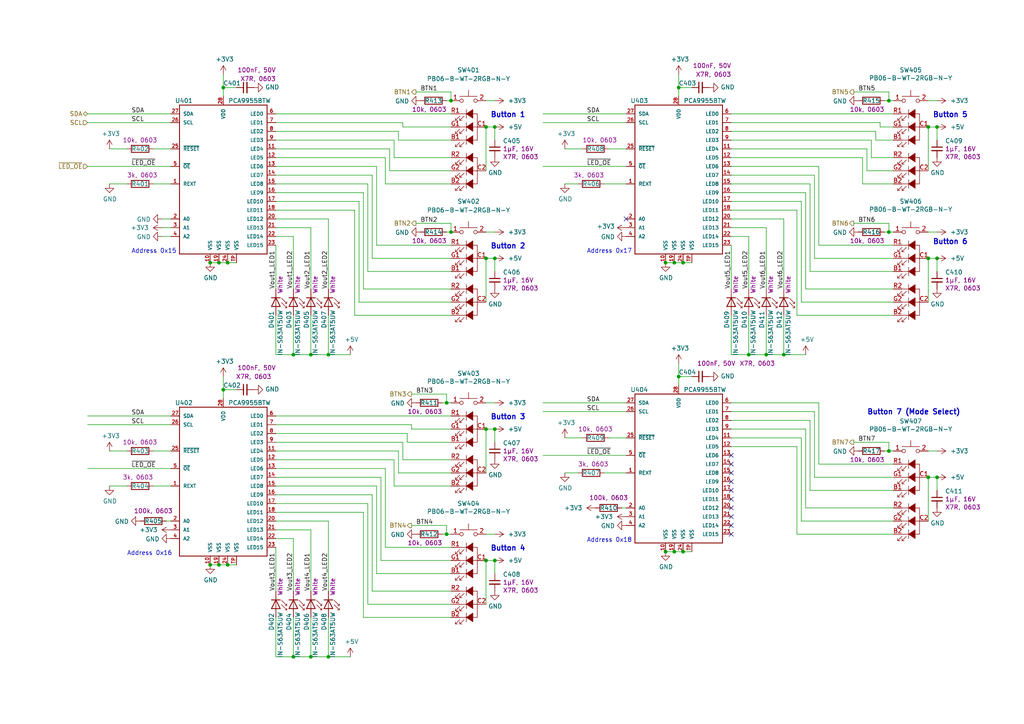
<source format=kicad_sch>
(kicad_sch (version 20211123) (generator eeschema)
  (paper "A4")
  (junction (at 64.77 113.03))
  (junction (at 257.81 67.31))
  (junction (at 222.25 102.87))
  (junction (at 130.81 29.21))
  (junction (at 195.58 160.02))
  (junction (at 130.81 67.31))
  (junction (at 60.96 163.83))
  (junction (at 95.25 102.87))
  (junction (at 95.25 190.5))
  (junction (at 217.17 102.87))
  (junction (at 269.24 138.43))
  (junction (at 269.24 36.83))
  (junction (at 85.09 102.87))
  (junction (at 64.77 25.4))
  (junction (at 195.58 76.2))
  (junction (at 269.24 74.93))
  (junction (at 90.17 102.87))
  (junction (at 271.78 74.93))
  (junction (at 143.51 124.46))
  (junction (at 193.04 76.2))
  (junction (at 143.51 162.56))
  (junction (at 90.17 190.5))
  (junction (at 196.85 25.4))
  (junction (at 198.12 160.02))
  (junction (at 196.85 109.22))
  (junction (at 66.04 76.2))
  (junction (at 198.12 76.2))
  (junction (at 257.81 130.81))
  (junction (at 140.97 162.56))
  (junction (at 66.04 163.83))
  (junction (at 143.51 74.93))
  (junction (at 140.97 74.93))
  (junction (at 60.96 76.2))
  (junction (at 85.09 190.5))
  (junction (at 140.97 124.46))
  (junction (at 271.78 36.83))
  (junction (at 271.78 138.43))
  (junction (at 63.5 163.83))
  (junction (at 63.5 76.2))
  (junction (at 129.54 154.94))
  (junction (at 257.81 29.21))
  (junction (at 129.54 116.84))
  (junction (at 143.51 36.83))
  (junction (at 140.97 36.83))
  (junction (at 193.04 160.02))
  (junction (at 227.33 102.87))
  (no_connect (at 212.09 147.32))
  (no_connect (at 212.09 142.24))
  (no_connect (at 212.09 154.94))
  (no_connect (at 212.09 134.62))
  (no_connect (at 212.09 139.7))
  (no_connect (at 212.09 132.08))
  (no_connect (at 212.09 149.86))
  (no_connect (at 181.61 63.5))
  (no_connect (at 212.09 137.16))
  (no_connect (at 212.09 152.4))
  (no_connect (at 212.09 144.78))
  (wire (pts (xy 259.08 87.63) (xy 232.41 87.63)))
  (wire (pts (xy 64.77 25.4) (xy 64.77 27.94)))
  (wire (pts (xy 236.22 138.43) (xy 259.08 138.43)))
  (wire (pts (xy 44.45 130.81) (xy 49.53 130.81)))
  (wire (pts (xy 247.65 128.27) (xy 257.81 128.27)))
  (wire (pts (xy 269.24 29.21) (xy 271.78 29.21)))
  (wire (pts (xy 157.48 119.38) (xy 181.61 119.38)))
  (wire (pts (xy 271.78 36.83) (xy 271.78 40.64)))
  (wire (pts (xy 106.68 146.05) (xy 106.68 175.26)))
  (wire (pts (xy 257.81 130.81) (xy 259.08 130.81)))
  (wire (pts (xy 102.87 60.96) (xy 80.01 60.96)))
  (wire (pts (xy 90.17 153.67) (xy 90.17 171.45)))
  (wire (pts (xy 80.01 40.64) (xy 114.3 40.64)))
  (wire (pts (xy 269.24 36.83) (xy 269.24 49.53)))
  (wire (pts (xy 66.04 163.83) (xy 63.5 163.83)))
  (wire (pts (xy 49.53 151.13) (xy 48.26 151.13)))
  (wire (pts (xy 111.76 45.72) (xy 111.76 53.34)))
  (wire (pts (xy 130.81 171.45) (xy 107.95 171.45)))
  (wire (pts (xy 130.81 162.56) (xy 110.49 162.56)))
  (wire (pts (xy 196.85 25.4) (xy 196.85 27.94)))
  (wire (pts (xy 140.97 74.93) (xy 143.51 74.93)))
  (wire (pts (xy 25.4 123.19) (xy 49.53 123.19)))
  (wire (pts (xy 231.14 91.44) (xy 259.08 91.44)))
  (wire (pts (xy 181.61 127) (xy 176.53 127)))
  (wire (pts (xy 269.24 74.93) (xy 269.24 87.63)))
  (wire (pts (xy 119.38 124.46) (xy 130.81 124.46)))
  (wire (pts (xy 130.81 40.64) (xy 115.57 40.64)))
  (wire (pts (xy 80.01 45.72) (xy 111.76 45.72)))
  (wire (pts (xy 181.61 33.02) (xy 157.48 33.02)))
  (wire (pts (xy 113.03 49.53) (xy 113.03 43.18)))
  (wire (pts (xy 256.54 130.81) (xy 257.81 130.81)))
  (wire (pts (xy 119.38 123.19) (xy 119.38 124.46)))
  (wire (pts (xy 129.54 154.94) (xy 130.81 154.94)))
  (wire (pts (xy 247.65 64.77) (xy 257.81 64.77)))
  (wire (pts (xy 115.57 38.1) (xy 80.01 38.1)))
  (wire (pts (xy 85.09 171.45) (xy 85.09 156.21)))
  (wire (pts (xy 109.22 140.97) (xy 109.22 166.37)))
  (wire (pts (xy 212.09 83.82) (xy 212.09 71.12)))
  (wire (pts (xy 120.65 26.67) (xy 130.81 26.67)))
  (wire (pts (xy 217.17 102.87) (xy 217.17 91.44)))
  (wire (pts (xy 102.87 91.44) (xy 102.87 60.96)))
  (wire (pts (xy 106.68 78.74) (xy 130.81 78.74)))
  (wire (pts (xy 140.97 124.46) (xy 140.97 137.16)))
  (wire (pts (xy 49.53 33.02) (xy 25.4 33.02)))
  (wire (pts (xy 250.19 45.72) (xy 212.09 45.72)))
  (wire (pts (xy 118.11 125.73) (xy 80.01 125.73)))
  (wire (pts (xy 237.49 116.84) (xy 212.09 116.84)))
  (wire (pts (xy 80.01 48.26) (xy 109.22 48.26)))
  (wire (pts (xy 63.5 163.83) (xy 60.96 163.83)))
  (wire (pts (xy 168.91 43.18) (xy 163.83 43.18)))
  (wire (pts (xy 101.6 190.5) (xy 95.25 190.5)))
  (wire (pts (xy 212.09 124.46) (xy 233.68 124.46)))
  (wire (pts (xy 200.66 76.2) (xy 198.12 76.2)))
  (wire (pts (xy 200.66 160.02) (xy 198.12 160.02)))
  (wire (pts (xy 109.22 166.37) (xy 130.81 166.37)))
  (wire (pts (xy 222.25 102.87) (xy 217.17 102.87)))
  (wire (pts (xy 143.51 36.83) (xy 140.97 36.83)))
  (wire (pts (xy 64.77 109.22) (xy 64.77 113.03)))
  (wire (pts (xy 113.03 43.18) (xy 80.01 43.18)))
  (wire (pts (xy 233.68 124.46) (xy 233.68 147.32)))
  (wire (pts (xy 95.25 151.13) (xy 95.25 171.45)))
  (wire (pts (xy 175.26 53.34) (xy 181.61 53.34)))
  (wire (pts (xy 63.5 76.2) (xy 60.96 76.2)))
  (wire (pts (xy 200.66 109.22) (xy 196.85 109.22)))
  (wire (pts (xy 257.81 128.27) (xy 257.81 130.81)))
  (wire (pts (xy 232.41 58.42) (xy 212.09 58.42)))
  (wire (pts (xy 222.25 66.04) (xy 222.25 83.82)))
  (wire (pts (xy 80.01 135.89) (xy 111.76 135.89)))
  (wire (pts (xy 212.09 119.38) (xy 236.22 119.38)))
  (wire (pts (xy 25.4 135.89) (xy 49.53 135.89)))
  (wire (pts (xy 251.46 49.53) (xy 251.46 43.18)))
  (wire (pts (xy 157.48 132.08) (xy 181.61 132.08)))
  (wire (pts (xy 129.54 29.21) (xy 130.81 29.21)))
  (wire (pts (xy 68.58 113.03) (xy 64.77 113.03)))
  (wire (pts (xy 95.25 151.13) (xy 80.01 151.13)))
  (wire (pts (xy 181.61 43.18) (xy 176.53 43.18)))
  (wire (pts (xy 252.73 45.72) (xy 252.73 40.64)))
  (wire (pts (xy 68.58 25.4) (xy 64.77 25.4)))
  (wire (pts (xy 128.27 154.94) (xy 129.54 154.94)))
  (wire (pts (xy 196.85 109.22) (xy 196.85 111.76)))
  (wire (pts (xy 140.97 36.83) (xy 140.97 49.53)))
  (wire (pts (xy 196.85 21.59) (xy 196.85 25.4)))
  (wire (pts (xy 80.01 190.5) (xy 80.01 179.07)))
  (wire (pts (xy 80.01 128.27) (xy 116.84 128.27)))
  (wire (pts (xy 130.81 91.44) (xy 102.87 91.44)))
  (wire (pts (xy 222.25 102.87) (xy 222.25 91.44)))
  (wire (pts (xy 80.01 123.19) (xy 119.38 123.19)))
  (wire (pts (xy 234.95 78.74) (xy 234.95 53.34)))
  (wire (pts (xy 271.78 74.93) (xy 271.78 78.74)))
  (wire (pts (xy 80.01 33.02) (xy 130.81 33.02)))
  (wire (pts (xy 128.27 116.84) (xy 129.54 116.84)))
  (wire (pts (xy 251.46 43.18) (xy 212.09 43.18)))
  (wire (pts (xy 129.54 152.4) (xy 129.54 154.94)))
  (wire (pts (xy 107.95 74.93) (xy 107.95 50.8)))
  (wire (pts (xy 25.4 35.56) (xy 49.53 35.56)))
  (wire (pts (xy 49.53 120.65) (xy 25.4 120.65)))
  (wire (pts (xy 36.83 43.18) (xy 31.75 43.18)))
  (wire (pts (xy 130.81 26.67) (xy 130.81 29.21)))
  (wire (pts (xy 129.54 67.31) (xy 130.81 67.31)))
  (wire (pts (xy 212.09 33.02) (xy 259.08 33.02)))
  (wire (pts (xy 44.45 53.34) (xy 49.53 53.34)))
  (wire (pts (xy 104.14 87.63) (xy 130.81 87.63)))
  (wire (pts (xy 115.57 137.16) (xy 115.57 130.81)))
  (wire (pts (xy 80.01 35.56) (xy 116.84 35.56)))
  (wire (pts (xy 116.84 128.27) (xy 116.84 133.35)))
  (wire (pts (xy 196.85 105.41) (xy 196.85 109.22)))
  (wire (pts (xy 180.34 147.32) (xy 181.61 147.32)))
  (wire (pts (xy 212.09 129.54) (xy 231.14 129.54)))
  (wire (pts (xy 157.48 48.26) (xy 181.61 48.26)))
  (wire (pts (xy 36.83 140.97) (xy 31.75 140.97)))
  (wire (pts (xy 212.09 68.58) (xy 217.17 68.58)))
  (wire (pts (xy 90.17 190.5) (xy 90.17 179.07)))
  (wire (pts (xy 46.99 63.5) (xy 49.53 63.5)))
  (wire (pts (xy 95.25 102.87) (xy 95.25 91.44)))
  (wire (pts (xy 269.24 138.43) (xy 269.24 151.13)))
  (wire (pts (xy 259.08 142.24) (xy 234.95 142.24)))
  (wire (pts (xy 49.53 140.97) (xy 44.45 140.97)))
  (wire (pts (xy 115.57 130.81) (xy 80.01 130.81)))
  (wire (pts (xy 116.84 133.35) (xy 130.81 133.35)))
  (wire (pts (xy 31.75 53.34) (xy 36.83 53.34)))
  (wire (pts (xy 68.58 163.83) (xy 66.04 163.83)))
  (wire (pts (xy 80.01 140.97) (xy 109.22 140.97)))
  (wire (pts (xy 140.97 154.94) (xy 143.51 154.94)))
  (wire (pts (xy 110.49 162.56) (xy 110.49 138.43)))
  (wire (pts (xy 109.22 71.12) (xy 130.81 71.12)))
  (wire (pts (xy 140.97 29.21) (xy 143.51 29.21)))
  (wire (pts (xy 104.14 58.42) (xy 104.14 87.63)))
  (wire (pts (xy 217.17 83.82) (xy 217.17 68.58)))
  (wire (pts (xy 49.53 66.04) (xy 46.99 66.04)))
  (wire (pts (xy 95.25 190.5) (xy 95.25 179.07)))
  (wire (pts (xy 254 38.1) (xy 212.09 38.1)))
  (wire (pts (xy 231.14 129.54) (xy 231.14 154.94)))
  (wire (pts (xy 233.68 102.87) (xy 227.33 102.87)))
  (wire (pts (xy 259.08 36.83) (xy 255.27 36.83)))
  (wire (pts (xy 236.22 119.38) (xy 236.22 138.43)))
  (wire (pts (xy 85.09 190.5) (xy 80.01 190.5)))
  (wire (pts (xy 255.27 36.83) (xy 255.27 35.56)))
  (wire (pts (xy 236.22 74.93) (xy 259.08 74.93)))
  (wire (pts (xy 195.58 160.02) (xy 193.04 160.02)))
  (wire (pts (xy 66.04 76.2) (xy 63.5 76.2)))
  (wire (pts (xy 64.77 21.59) (xy 64.77 25.4)))
  (wire (pts (xy 80.01 153.67) (xy 90.17 153.67)))
  (wire (pts (xy 250.19 53.34) (xy 250.19 45.72)))
  (wire (pts (xy 231.14 154.94) (xy 259.08 154.94)))
  (wire (pts (xy 115.57 40.64) (xy 115.57 38.1)))
  (wire (pts (xy 49.53 43.18) (xy 44.45 43.18)))
  (wire (pts (xy 130.81 137.16) (xy 115.57 137.16)))
  (wire (pts (xy 234.95 53.34) (xy 212.09 53.34)))
  (wire (pts (xy 271.78 36.83) (xy 269.24 36.83)))
  (wire (pts (xy 259.08 53.34) (xy 250.19 53.34)))
  (wire (pts (xy 85.09 190.5) (xy 85.09 179.07)))
  (wire (pts (xy 130.81 179.07) (xy 105.41 179.07)))
  (wire (pts (xy 254 40.64) (xy 254 38.1)))
  (wire (pts (xy 143.51 124.46) (xy 143.51 128.27)))
  (wire (pts (xy 130.81 128.27) (xy 118.11 128.27)))
  (wire (pts (xy 90.17 190.5) (xy 85.09 190.5)))
  (wire (pts (xy 217.17 102.87) (xy 212.09 102.87)))
  (wire (pts (xy 119.38 114.3) (xy 129.54 114.3)))
  (wire (pts (xy 80.01 58.42) (xy 104.14 58.42)))
  (wire (pts (xy 90.17 102.87) (xy 90.17 91.44)))
  (wire (pts (xy 90.17 66.04) (xy 90.17 83.82)))
  (wire (pts (xy 111.76 135.89) (xy 111.76 158.75)))
  (wire (pts (xy 95.25 102.87) (xy 90.17 102.87)))
  (wire (pts (xy 80.01 133.35) (xy 114.3 133.35)))
  (wire (pts (xy 259.08 40.64) (xy 254 40.64)))
  (wire (pts (xy 106.68 175.26) (xy 130.81 175.26)))
  (wire (pts (xy 143.51 74.93) (xy 143.51 78.74)))
  (wire (pts (xy 80.01 53.34) (xy 106.68 53.34)))
  (wire (pts (xy 234.95 142.24) (xy 234.95 121.92)))
  (wire (pts (xy 64.77 113.03) (xy 64.77 115.57)))
  (wire (pts (xy 233.68 83.82) (xy 259.08 83.82)))
  (wire (pts (xy 105.41 55.88) (xy 80.01 55.88)))
  (wire (pts (xy 129.54 116.84) (xy 129.54 114.3)))
  (wire (pts (xy 105.41 179.07) (xy 105.41 148.59)))
  (wire (pts (xy 106.68 53.34) (xy 106.68 78.74)))
  (wire (pts (xy 227.33 102.87) (xy 222.25 102.87)))
  (wire (pts (xy 85.09 102.87) (xy 85.09 91.44)))
  (wire (pts (xy 143.51 36.83) (xy 143.51 40.64)))
  (wire (pts (xy 255.27 35.56) (xy 212.09 35.56)))
  (wire (pts (xy 237.49 134.62) (xy 237.49 116.84)))
  (wire (pts (xy 168.91 127) (xy 163.83 127)))
  (wire (pts (xy 247.65 26.67) (xy 257.81 26.67)))
  (wire (pts (xy 107.95 171.45) (xy 107.95 143.51)))
  (wire (pts (xy 140.97 87.63) (xy 140.97 74.93)))
  (wire (pts (xy 227.33 63.5) (xy 227.33 83.82)))
  (wire (pts (xy 259.08 78.74) (xy 234.95 78.74)))
  (wire (pts (xy 111.76 158.75) (xy 130.81 158.75)))
  (wire (pts (xy 130.81 74.93) (xy 107.95 74.93)))
  (wire (pts (xy 68.58 76.2) (xy 66.04 76.2)))
  (wire (pts (xy 118.11 128.27) (xy 118.11 125.73)))
  (wire (pts (xy 31.75 130.81) (xy 36.83 130.81)))
  (wire (pts (xy 257.81 64.77) (xy 257.81 67.31)))
  (wire (pts (xy 237.49 48.26) (xy 212.09 48.26)))
  (wire (pts (xy 212.09 102.87) (xy 212.09 91.44)))
  (wire (pts (xy 195.58 76.2) (xy 193.04 76.2)))
  (wire (pts (xy 252.73 40.64) (xy 212.09 40.64)))
  (wire (pts (xy 256.54 67.31) (xy 257.81 67.31)))
  (wire (pts (xy 163.83 137.16) (xy 167.64 137.16)))
  (wire (pts (xy 85.09 83.82) (xy 85.09 68.58)))
  (wire (pts (xy 129.54 116.84) (xy 130.81 116.84)))
  (wire (pts (xy 198.12 160.02) (xy 195.58 160.02)))
  (wire (pts (xy 198.12 76.2) (xy 195.58 76.2)))
  (wire (pts (xy 231.14 60.96) (xy 231.14 91.44)))
  (wire (pts (xy 257.81 26.67) (xy 257.81 29.21)))
  (wire (pts (xy 105.41 148.59) (xy 80.01 148.59)))
  (wire (pts (xy 85.09 156.21) (xy 80.01 156.21)))
  (wire (pts (xy 271.78 74.93) (xy 269.24 74.93)))
  (wire (pts (xy 259.08 71.12) (xy 237.49 71.12)))
  (wire (pts (xy 200.66 25.4) (xy 196.85 25.4)))
  (wire (pts (xy 259.08 134.62) (xy 237.49 134.62)))
  (wire (pts (xy 175.26 137.16) (xy 181.61 137.16)))
  (wire (pts (xy 143.51 162.56) (xy 143.51 166.37)))
  (wire (pts (xy 95.25 63.5) (xy 95.25 83.82)))
  (wire (pts (xy 237.49 71.12) (xy 237.49 48.26)))
  (wire (pts (xy 80.01 102.87) (xy 80.01 91.44)))
  (wire (pts (xy 111.76 53.34) (xy 130.81 53.34)))
  (wire (pts (xy 114.3 40.64) (xy 114.3 45.72)))
  (wire (pts (xy 80.01 171.45) (xy 80.01 158.75)))
  (wire (pts (xy 157.48 35.56) (xy 181.61 35.56)))
  (wire (pts (xy 130.81 83.82) (xy 105.41 83.82)))
  (wire (pts (xy 269.24 130.81) (xy 271.78 130.81)))
  (wire (pts (xy 95.25 190.5) (xy 90.17 190.5)))
  (wire (pts (xy 140.97 67.31) (xy 143.51 67.31)))
  (wire (pts (xy 110.49 138.43) (xy 80.01 138.43)))
  (wire (pts (xy 114.3 140.97) (xy 130.81 140.97)))
  (wire (pts (xy 25.4 48.26) (xy 49.53 48.26)))
  (wire (pts (xy 130.81 64.77) (xy 130.81 67.31)))
  (wire (pts (xy 163.83 53.34) (xy 167.64 53.34)))
  (wire (pts (xy 130.81 49.53) (xy 113.03 49.53)))
  (wire (pts (xy 90.17 102.87) (xy 85.09 102.87)))
  (wire (pts (xy 120.65 64.77) (xy 130.81 64.77)))
  (wire (pts (xy 259.08 45.72) (xy 252.73 45.72)))
  (wire (pts (xy 107.95 143.51) (xy 80.01 143.51)))
  (wire (pts (xy 46.99 68.58) (xy 49.53 68.58)))
  (wire (pts (xy 101.6 102.87) (xy 95.25 102.87)))
  (wire (pts (xy 236.22 50.8) (xy 236.22 74.93)))
  (wire (pts (xy 140.97 175.26) (xy 140.97 162.56)))
  (wire (pts (xy 116.84 35.56) (xy 116.84 36.83)))
  (wire (pts (xy 259.08 151.13) (xy 232.41 151.13)))
  (wire (pts (xy 269.24 67.31) (xy 271.78 67.31)))
  (wire (pts (xy 212.09 60.96) (xy 231.14 60.96)))
  (wire (pts (xy 232.41 151.13) (xy 232.41 127)))
  (wire (pts (xy 271.78 138.43) (xy 271.78 142.24)))
  (wire (pts (xy 105.41 83.82) (xy 105.41 55.88)))
  (wire (pts (xy 140.97 116.84) (xy 143.51 116.84)))
  (wire (pts (xy 107.95 50.8) (xy 80.01 50.8)))
  (wire (pts (xy 212.09 63.5) (xy 227.33 63.5)))
  (wire (pts (xy 114.3 45.72) (xy 130.81 45.72)))
  (wire (pts (xy 256.54 29.21) (xy 257.81 29.21)))
  (wire (pts (xy 259.08 49.53) (xy 251.46 49.53)))
  (wire (pts (xy 80.01 63.5) (xy 95.25 63.5)))
  (wire (pts (xy 80.01 68.58) (xy 85.09 68.58)))
  (wire (pts (xy 119.38 152.4) (xy 129.54 152.4)))
  (wire (pts (xy 233.68 147.32) (xy 259.08 147.32)))
  (wire (pts (xy 227.33 102.87) (xy 227.33 91.44)))
  (wire (pts (xy 271.78 138.43) (xy 269.24 138.43)))
  (wire (pts (xy 232.41 87.63) (xy 232.41 58.42)))
  (wire (pts (xy 143.51 124.46) (xy 140.97 124.46)))
  (wire (pts (xy 233.68 55.88) (xy 233.68 83.82)))
  (wire (pts (xy 116.84 36.83) (xy 130.81 36.83)))
  (wire (pts (xy 257.81 67.31) (xy 259.08 67.31)))
  (wire (pts (xy 80.01 66.04) (xy 90.17 66.04)))
  (wire (pts (xy 109.22 48.26) (xy 109.22 71.12)))
  (wire (pts (xy 234.95 121.92) (xy 212.09 121.92)))
  (wire (pts (xy 212.09 66.04) (xy 222.25 66.04)))
  (wire (pts (xy 80.01 146.05) (xy 106.68 146.05)))
  (wire (pts (xy 257.81 29.21) (xy 259.08 29.21)))
  (wire (pts (xy 232.41 127) (xy 212.09 127)))
  (wire (pts (xy 181.61 116.84) (xy 157.48 116.84)))
  (wire (pts (xy 212.09 55.88) (xy 233.68 55.88)))
  (wire (pts (xy 114.3 133.35) (xy 114.3 140.97)))
  (wire (pts (xy 140.97 162.56) (xy 143.51 162.56)))
  (wire (pts (xy 212.09 50.8) (xy 236.22 50.8)))
  (wire (pts (xy 80.01 83.82) (xy 80.01 71.12)))
  (wire (pts (xy 80.01 120.65) (xy 130.81 120.65)))
  (wire (pts (xy 85.09 102.87) (xy 80.01 102.87)))
  (text "Button 2" (at 142.24 72.39 0) (effects (font (size 1.4986 1.4986) (thickness 0.2997) bold) (justify left bottom)))
  (text "Button 5" (at 270.51 34.29 0) (effects (font (size 1.4986 1.4986) (thickness 0.2997) bold) (justify left bottom)))
  (text "Button 4" (at 142.24 160.02 0) (effects (font (size 1.4986 1.4986) (thickness 0.2997) bold) (justify left bottom)))
  (text "Button 7 (Mode Select)" (at 251.46 120.4976 0) (effects (font (size 1.4986 1.4986) (thickness 0.2997) bold) (justify left bottom)))
  (text "Address 0x17" (at 170.18 73.66 0) (effects (font (size 1.27 1.27)) (justify left bottom)))
  (text "Button 1" (at 142.24 34.29 0) (effects (font (size 1.4986 1.4986) (thickness 0.2997) bold) (justify left bottom)))
  (text "Address 0x18" (at 170.18 157.48 0) (effects (font (size 1.27 1.27)) (justify left bottom)))
  (text "Button 6" (at 270.51 71.12 0) (effects (font (size 1.4986 1.4986) (thickness 0.2997) bold) (justify left bottom)))
  (text "Address 0x16" (at 36.83 161.29 0) (effects (font (size 1.27 1.27)) (justify left bottom)))
  (text "Address 0x15" (at 38.1 73.66 0) (effects (font (size 1.27 1.27)) (justify left bottom)))
  (text "Button 3" (at 142.24 121.92 0) (effects (font (size 1.4986 1.4986) (thickness 0.2997) bold) (justify left bottom)))
  (label "Vout2_LED2" (at 95.25 83.82 90))
  (label "SDA" (at 170.18 33.02 0))
  (label "SCL" (at 170.18 35.56 0))
  (label "Vout4_LED2" (at 95.25 171.45 90))
  (label "SCL" (at 38.1 35.56 0))
  (label "Vout2_LED1" (at 90.17 83.82 90))
  (label "Vout5_LED2" (at 217.17 83.82 90))
  (label "Vout6_LED1" (at 222.25 83.82 90))
  (label "Vout1_LED2" (at 85.09 83.82 90))
  (label "SCL" (at 170.18 119.38 0))
  (label "BTN1" (at 121.92 26.67 0))
  (label "Vout1_LED1" (at 80.01 83.82 90))
  (label "BTN7" (at 248.92 128.27 0))
  (label "BTN5" (at 248.92 26.67 0))
  (label "~{LED_OE}" (at 38.1 135.89 0))
  (label "Vout3_LED1" (at 80.01 171.45 90))
  (label "BTN3" (at 120.65 114.3 0))
  (label "BTN6" (at 248.92 64.77 0))
  (label "~{LED_OE}" (at 170.18 132.08 0))
  (label "SDA" (at 38.1 120.65 0))
  (label "Vout3_LED2" (at 85.09 171.45 90))
  (label "SDA" (at 170.18 116.84 0))
  (label "BTN2" (at 121.92 64.77 0))
  (label "Vout4_LED1" (at 90.17 171.45 90))
  (label "SDA" (at 38.1 33.02 0))
  (label "Vout5_LED1" (at 212.09 83.82 90))
  (label "SCL" (at 38.1 123.19 0))
  (label "~{LED_OE}" (at 38.1 48.26 0))
  (label "BTN4" (at 120.65 152.4 0))
  (label "Vout6_LED2" (at 227.33 83.82 90))
  (label "~{LED_OE}" (at 170.18 48.26 0))
  (hierarchical_label "BTN1" (shape output) (at 120.65 26.67 180))
  (hierarchical_label "SDA" (shape bidirectional) (at 25.4 33.02 180))
  (hierarchical_label "BTN4" (shape output) (at 119.38 152.4 180))
  (hierarchical_label "BTN6" (shape output) (at 247.65 64.77 180))
  (hierarchical_label "SCL" (shape input) (at 25.4 35.56 180))
  (hierarchical_label "~{LED_OE}" (shape input) (at 25.4 48.26 180))
  (hierarchical_label "BTN5" (shape output) (at 247.65 26.67 180))
  (hierarchical_label "BTN2" (shape output) (at 120.65 64.77 180))
  (hierarchical_label "BTN3" (shape output) (at 119.38 114.3 180))
  (hierarchical_label "BTN7" (shape output) (at 247.65 128.27 180))
  (symbol (lib_id "Switch_User:PB06-B-WT-2RGB-N-Y") (at 135.89 33.02 0) (unit 1)
    (property "Reference" "SW401" (at 135.89 20.32 0))
    (property "Value" "PB06-B-WT-2RGB-N-Y" (at 135.89 22.86 0))
    (property "Footprint" "Switch_User:PB06-B-Wx-2RGB-x-x" (effects hide))
    (property "Datasheet" "http://www.honyone.com/en/products/show_243.html" (effects hide))
    (property "Manufacturer" "HONYONNE" (effects hide))
  )
  (symbol (lib_id "Switch_User:PB06-B-WT-2RGB-N-Y") (at 135.89 71.12 0) (unit 1)
    (property "Reference" "SW402" (at 135.89 58.42 0))
    (property "Value" "PB06-B-WT-2RGB-N-Y" (at 135.89 60.96 0))
    (property "Footprint" "Switch_User:PB06-B-Wx-2RGB-x-x" (effects hide))
    (property "Datasheet" "http://www.honyone.com/en/products/show_243.html" (effects hide))
    (property "Manufacturer" "HONYONNE" (effects hide))
  )
  (symbol (lib_id "Switch_User:PB06-B-WT-2RGB-N-Y") (at 135.89 120.65 0) (unit 1)
    (property "Reference" "SW403" (at 135.89 108.331 0))
    (property "Value" "PB06-B-WT-2RGB-N-Y" (at 135.89 110.6424 0))
    (property "Footprint" "Switch_User:PB06-B-Wx-2RGB-x-x" (effects hide))
    (property "Datasheet" "http://www.honyone.com/en/products/show_243.html" (effects hide))
    (property "Manufacturer" "HONYONNE" (effects hide))
  )
  (symbol (lib_id "Switch_User:PB06-B-WT-2RGB-N-Y") (at 135.89 158.75 0) (unit 1)
    (property "Reference" "SW404" (at 135.89 146.05 0))
    (property "Value" "PB06-B-WT-2RGB-N-Y" (at 135.89 148.3614 0))
    (property "Footprint" "Switch_User:PB06-B-Wx-2RGB-x-x" (effects hide))
    (property "Datasheet" "http://www.honyone.com/en/products/show_243.html" (effects hide))
    (property "Manufacturer" "HONYONNE" (effects hide))
  )
  (symbol (lib_id "Switch_User:PB06-B-WT-2RGB-N-Y") (at 264.16 33.02 0) (unit 1)
    (property "Reference" "SW405" (at 264.16 20.32 0))
    (property "Value" "PB06-B-WT-2RGB-N-Y" (at 264.16 22.6314 0))
    (property "Footprint" "Switch_User:PB06-B-Wx-2RGB-x-x" (effects hide))
    (property "Datasheet" "http://www.honyone.com/en/products/show_243.html" (effects hide))
    (property "Manufacturer" "HONYONNE" (effects hide))
  )
  (symbol (lib_id "Switch_User:PB06-B-WT-2RGB-N-Y") (at 264.16 71.12 0) (unit 1)
    (property "Reference" "SW406" (at 264.16 58.42 0))
    (property "Value" "PB06-B-WT-2RGB-N-Y" (at 264.16 60.7314 0))
    (property "Footprint" "Switch_User:PB06-B-Wx-2RGB-x-x" (effects hide))
    (property "Datasheet" "http://www.honyone.com/en/products/show_243.html" (effects hide))
    (property "Manufacturer" "HONYONNE" (effects hide))
  )
  (symbol (lib_id "Switch_User:PB06-B-WT-2RGB-N-Y") (at 264.16 134.62 0) (unit 1)
    (property "Reference" "SW407" (at 264.16 122.1486 0))
    (property "Value" "PB06-B-WT-2RGB-N-Y" (at 264.16 124.46 0))
    (property "Footprint" "Switch_User:PB06-B-Wx-2RGB-x-x" (effects hide))
    (property "Datasheet" "http://www.honyone.com/en/products/show_243.html" (effects hide))
    (property "Manufacturer" "HONYONNE" (effects hide))
  )
  (symbol (lib_id "Driver_User:PCA9955BTW") (at 64.77 53.34 0) (unit 1)
    (property "Reference" "U401" (at 53.34 29.21 0))
    (property "Value" "PCA9955BTW" (at 72.39 29.21 0))
    (property "Footprint" "Package_SO_User:HTSSOP28_EP" (effects hide))
    (property "Datasheet" "https://www.nxp.com/docs/en/data-sheet/PCA9955B.pdf" (effects hide))
    (property "Manufacturer" "NXP" (effects hide))
    (property "Supplier" "Digi-Key" (effects hide))
    (property "SPN" "568-12427-1-ND" (effects hide))
  )
  (symbol (lib_id "Capacitor_User:100nF,50V,X7R,0603") (at 71.12 25.4 90) (unit 1)
    (property "Reference" "C401" (at 67.31 24.13 90))
    (property "Value" "100nF,50V,X7R,0603" (effects hide))
    (property "Footprint" "Capacitor_SMD:C_0603_1608Metric_Pad1.08x0.95mm_HandSolder" (effects hide))
    (property "Pretty Value 1" "100nF, 50V" (at 80.01 20.32 90) (effects (justify left)))
    (property "Pretty Value 2" "X7R, 0603" (at 80.01 22.86 90) (effects (justify left)))
  )
  (symbol (lib_id "power:+3.3V") (at 64.77 21.59 0) (unit 1)
    (property "Reference" "#PWR0413" (effects hide))
    (property "Value" "+3.3V" (at 65.151 17.1958 0))
  )
  (symbol (lib_id "power:GND") (at 73.66 25.4 90) (unit 1)
    (property "Reference" "#PWR0415" (effects hide))
    (property "Value" "GND" (at 76.9112 25.273 90) (effects (justify right)))
  )
  (symbol (lib_id "power:GND") (at 60.96 76.2 0) (unit 1)
    (property "Reference" "#PWR0411" (effects hide))
    (property "Value" "GND" (at 61.087 80.5942 0))
  )
  (symbol (lib_id "power:GND") (at 121.92 67.31 270) (unit 1)
    (property "Reference" "#PWR0422" (effects hide))
    (property "Value" "GND" (at 118.6688 67.437 90) (effects (justify right)))
  )
  (symbol (lib_id "Driver_User:PCA9955BTW") (at 196.85 137.16 0) (unit 1)
    (property "Reference" "U404" (at 185.42 113.03 0))
    (property "Value" "PCA9955BTW" (at 204.47 113.03 0))
    (property "Footprint" "Package_SO_User:HTSSOP28_EP" (effects hide))
    (property "Datasheet" "https://www.nxp.com/docs/en/data-sheet/PCA9955B.pdf" (effects hide))
    (property "Manufacturer" "NXP" (effects hide))
    (property "Supplier" "Digi-Key" (effects hide))
    (property "SPN" "568-12427-1-ND" (effects hide))
  )
  (symbol (lib_id "Capacitor_User:100nF,50V,X7R,0603") (at 203.2 109.22 90) (unit 1)
    (property "Reference" "C404" (at 199.39 107.95 90))
    (property "Value" "100nF,50V,X7R,0603" (effects hide))
    (property "Footprint" "Capacitor_SMD:C_0603_1608Metric_Pad1.08x0.95mm_HandSolder" (effects hide))
    (property "Pretty Value 1" "100nF, 50V" (at 213.36 105.41 90) (effects (justify left)))
    (property "Pretty Value 2" "X7R, 0603" (at 224.79 105.41 90) (effects (justify left)))
  )
  (symbol (lib_id "power:+3.3V") (at 196.85 105.41 0) (unit 1)
    (property "Reference" "#PWR0443" (effects hide))
    (property "Value" "+3.3V" (at 197.231 101.0158 0))
  )
  (symbol (lib_id "power:GND") (at 205.74 109.22 90) (unit 1)
    (property "Reference" "#PWR0445" (effects hide))
    (property "Value" "GND" (at 208.9912 109.093 90) (effects (justify right)))
  )
  (symbol (lib_id "power:GND") (at 193.04 160.02 0) (unit 1)
    (property "Reference" "#PWR0441" (effects hide))
    (property "Value" "GND" (at 193.167 164.4142 0))
  )
  (symbol (lib_id "Driver_User:PCA9955BTW") (at 64.77 140.97 0) (unit 1)
    (property "Reference" "U402" (at 53.34 116.84 0))
    (property "Value" "PCA9955BTW" (at 72.39 116.84 0))
    (property "Footprint" "Package_SO_User:HTSSOP28_EP" (effects hide))
    (property "Datasheet" "https://www.nxp.com/docs/en/data-sheet/PCA9955B.pdf" (effects hide))
    (property "Manufacturer" "NXP" (effects hide))
    (property "Supplier" "Digi-Key" (effects hide))
    (property "SPN" "568-12427-1-ND" (effects hide))
  )
  (symbol (lib_id "Capacitor_User:100nF,50V,X7R,0603") (at 71.12 113.03 90) (unit 1)
    (property "Reference" "C402" (at 67.31 111.76 90))
    (property "Value" "100nF,50V,X7R,0603" (effects hide))
    (property "Footprint" "Capacitor_SMD:C_0603_1608Metric_Pad1.08x0.95mm_HandSolder" (effects hide))
    (property "Pretty Value 1" "100nF, 50V" (at 80.01 106.68 90) (effects (justify left)))
    (property "Pretty Value 2" "X7R, 0603" (at 78.74 109.22 90) (effects (justify left)))
  )
  (symbol (lib_id "power:+3.3V") (at 64.77 109.22 0) (unit 1)
    (property "Reference" "#PWR0414" (effects hide))
    (property "Value" "+3.3V" (at 65.151 104.8258 0))
  )
  (symbol (lib_id "power:GND") (at 73.66 113.03 90) (unit 1)
    (property "Reference" "#PWR0416" (effects hide))
    (property "Value" "GND" (at 76.9112 112.903 90) (effects (justify right)))
  )
  (symbol (lib_id "power:GND") (at 60.96 163.83 0) (unit 1)
    (property "Reference" "#PWR0412" (effects hide))
    (property "Value" "GND" (at 61.087 168.2242 0))
  )
  (symbol (lib_id "Driver_User:PCA9955BTW") (at 196.85 53.34 0) (unit 1)
    (property "Reference" "U403" (at 185.42 29.21 0))
    (property "Value" "PCA9955BTW" (at 204.47 29.21 0))
    (property "Footprint" "Package_SO_User:HTSSOP28_EP" (effects hide))
    (property "Datasheet" "https://www.nxp.com/docs/en/data-sheet/PCA9955B.pdf" (effects hide))
    (property "Manufacturer" "NXP" (effects hide))
    (property "Supplier" "Digi-Key" (effects hide))
    (property "SPN" "568-12427-1-ND" (effects hide))
  )
  (symbol (lib_id "Capacitor_User:100nF,50V,X7R,0603") (at 203.2 25.4 90) (unit 1)
    (property "Reference" "C403" (at 199.39 24.13 90))
    (property "Value" "100nF,50V,X7R,0603" (effects hide))
    (property "Footprint" "Capacitor_SMD:C_0603_1608Metric_Pad1.08x0.95mm_HandSolder" (effects hide))
    (property "Pretty Value 1" "100nF, 50V" (at 212.09 19.05 90) (effects (justify left)))
    (property "Pretty Value 2" "X7R, 0603" (at 212.09 21.59 90) (effects (justify left)))
  )
  (symbol (lib_id "power:+3.3V") (at 196.85 21.59 0) (unit 1)
    (property "Reference" "#PWR0442" (effects hide))
    (property "Value" "+3.3V" (at 197.231 17.1958 0))
  )
  (symbol (lib_id "power:GND") (at 205.74 25.4 90) (unit 1)
    (property "Reference" "#PWR0444" (effects hide))
    (property "Value" "GND" (at 208.9912 25.273 90) (effects (justify right)))
  )
  (symbol (lib_id "power:GND") (at 193.04 76.2 0) (unit 1)
    (property "Reference" "#PWR0440" (effects hide))
    (property "Value" "GND" (at 193.167 80.5942 0))
  )
  (symbol (lib_id "Resistor_User:3k,0603") (at 40.64 140.97 270) (unit 1)
    (property "Reference" "R404" (at 38.1 140.97 90) (effects (justify left)))
    (property "Value" "3k,0603" (effects hide))
    (property "Footprint" "Resistor_SMD:R_0603_1608Metric_Pad0.98x0.95mm_HandSolder" (effects hide))
    (property "Pretty Value 1" "3k, 0603" (at 35.56 138.43 90) (effects (justify left)))
    (property "Pretty Value 2" "1%, 0,1W" (effects hide))
  )
  (symbol (lib_id "Resistor_User:10k,0603") (at 40.64 130.81 270) (unit 1)
    (property "Reference" "R403" (at 40.64 130.81 90))
    (property "Value" "10k,0603" (effects hide))
    (property "Footprint" "Resistor_SMD:R_0603_1608Metric_Pad0.98x0.95mm_HandSolder" (effects hide))
    (property "Pretty Value 1" "10k, 0603" (at 35.56 128.27 90) (effects (justify left)))
    (property "Pretty Value 2" "1%, 0,1W" (effects hide))
  )
  (symbol (lib_id "power:GND") (at 31.75 140.97 0) (unit 1)
    (property "Reference" "#PWR0404" (effects hide))
    (property "Value" "GND" (at 31.877 145.3642 0))
  )
  (symbol (lib_id "power:+3.3V") (at 31.75 130.81 0) (unit 1)
    (property "Reference" "#PWR0403" (effects hide))
    (property "Value" "+3.3V" (at 32.131 126.4158 0))
  )
  (symbol (lib_id "Resistor_User:3k,0603") (at 40.64 53.34 270) (unit 1)
    (property "Reference" "R401" (at 40.64 53.34 90))
    (property "Value" "3k,0603" (effects hide))
    (property "Footprint" "Resistor_SMD:R_0603_1608Metric_Pad0.98x0.95mm_HandSolder" (effects hide))
    (property "Pretty Value 1" "3k, 0603" (at 36.83 50.8 90) (effects (justify left)))
    (property "Pretty Value 2" "1%, 0,1W" (effects hide))
  )
  (symbol (lib_id "Resistor_User:10k,0603") (at 40.64 43.18 270) (unit 1)
    (property "Reference" "R402" (at 40.64 43.18 90))
    (property "Value" "10k,0603" (effects hide))
    (property "Footprint" "Resistor_SMD:R_0603_1608Metric_Pad0.98x0.95mm_HandSolder" (effects hide))
    (property "Pretty Value 1" "10k, 0603" (at 35.56 40.64 90) (effects (justify left)))
    (property "Pretty Value 2" "1%, 0,1W" (effects hide))
  )
  (symbol (lib_id "LED_User:IN-S63AT5UW") (at 80.01 88.9 270) (unit 1)
    (property "Reference" "D401" (at 78.74 92.71 0))
    (property "Value" "IN-S63AT5UW" (at 81.28 96.52 0))
    (property "Footprint" "LED_SMD_User:LED_0603_1608Metric_Low_Profile" (effects hide))
    (property "Datasheet" "http://www.inolux-corp.com/datasheet/SMDLED/Mono%20Color%20Top%20View/IN-S63AT%20Series_V1.1.pdf" (effects hide))
    (property "Manufacturer" "Inolux" (effects hide))
    (property "Supplier" "Digi-Key" (effects hide))
    (property "SPN" "1830-1063-1-ND" (effects hide))
    (property "Info" "White" (at 81.28 82.55 0))
  )
  (symbol (lib_id "LED_User:IN-S63AT5UW") (at 85.09 88.9 270) (unit 1)
    (property "Reference" "D403" (at 83.82 92.71 0))
    (property "Value" "IN-S63AT5UW" (at 86.36 96.52 0))
    (property "Footprint" "LED_SMD_User:LED_0603_1608Metric_Low_Profile" (effects hide))
    (property "Datasheet" "http://www.inolux-corp.com/datasheet/SMDLED/Mono%20Color%20Top%20View/IN-S63AT%20Series_V1.1.pdf" (effects hide))
    (property "Manufacturer" "Inolux" (effects hide))
    (property "Supplier" "Digi-Key" (effects hide))
    (property "SPN" "1830-1063-1-ND" (effects hide))
    (property "Info" "White" (at 86.36 82.55 0))
  )
  (symbol (lib_id "LED_User:IN-S63AT5UW") (at 90.17 88.9 270) (unit 1)
    (property "Reference" "D405" (at 88.9 92.71 0))
    (property "Value" "IN-S63AT5UW" (at 91.44 96.52 0))
    (property "Footprint" "LED_SMD_User:LED_0603_1608Metric_Low_Profile" (effects hide))
    (property "Datasheet" "http://www.inolux-corp.com/datasheet/SMDLED/Mono%20Color%20Top%20View/IN-S63AT%20Series_V1.1.pdf" (effects hide))
    (property "Manufacturer" "Inolux" (effects hide))
    (property "Supplier" "Digi-Key" (effects hide))
    (property "SPN" "1830-1063-1-ND" (effects hide))
    (property "Info" "White" (at 91.44 82.55 0))
  )
  (symbol (lib_id "LED_User:IN-S63AT5UW") (at 95.25 88.9 270) (unit 1)
    (property "Reference" "D407" (at 93.98 92.71 0))
    (property "Value" "IN-S63AT5UW" (at 96.52 96.52 0))
    (property "Footprint" "LED_SMD_User:LED_0603_1608Metric_Low_Profile" (effects hide))
    (property "Datasheet" "http://www.inolux-corp.com/datasheet/SMDLED/Mono%20Color%20Top%20View/IN-S63AT%20Series_V1.1.pdf" (effects hide))
    (property "Manufacturer" "Inolux" (effects hide))
    (property "Supplier" "Digi-Key" (effects hide))
    (property "SPN" "1830-1063-1-ND" (effects hide))
    (property "Info" "White" (at 96.52 82.55 0))
  )
  (symbol (lib_id "power:+5V") (at 101.6 102.87 0) (unit 1)
    (property "Reference" "#PWR0417" (effects hide))
    (property "Value" "+5V" (at 101.981 98.4758 0))
  )
  (symbol (lib_id "power:GND") (at 31.75 53.34 0) (unit 1)
    (property "Reference" "#PWR0402" (effects hide))
    (property "Value" "GND" (at 31.877 57.7342 0))
  )
  (symbol (lib_id "LED_User:IN-S63AT5UW") (at 80.01 176.53 270) (unit 1)
    (property "Reference" "D402" (at 78.74 180.34 0))
    (property "Value" "IN-S63AT5UW" (at 81.28 184.15 0))
    (property "Footprint" "LED_SMD_User:LED_0603_1608Metric_Low_Profile" (effects hide))
    (property "Datasheet" "http://www.inolux-corp.com/datasheet/SMDLED/Mono%20Color%20Top%20View/IN-S63AT%20Series_V1.1.pdf" (effects hide))
    (property "Manufacturer" "Inolux" (effects hide))
    (property "Supplier" "Digi-Key" (effects hide))
    (property "SPN" "1830-1063-1-ND" (effects hide))
    (property "Info" "White" (at 81.28 170.18 0))
  )
  (symbol (lib_id "LED_User:IN-S63AT5UW") (at 85.09 176.53 270) (unit 1)
    (property "Reference" "D404" (at 83.82 180.34 0))
    (property "Value" "IN-S63AT5UW" (at 86.36 184.15 0))
    (property "Footprint" "LED_SMD_User:LED_0603_1608Metric_Low_Profile" (effects hide))
    (property "Datasheet" "http://www.inolux-corp.com/datasheet/SMDLED/Mono%20Color%20Top%20View/IN-S63AT%20Series_V1.1.pdf" (effects hide))
    (property "Manufacturer" "Inolux" (effects hide))
    (property "Supplier" "Digi-Key" (effects hide))
    (property "SPN" "1830-1063-1-ND" (effects hide))
    (property "Info" "White" (at 86.36 170.18 0))
  )
  (symbol (lib_id "LED_User:IN-S63AT5UW") (at 90.17 176.53 270) (unit 1)
    (property "Reference" "D406" (at 88.9 180.34 0))
    (property "Value" "IN-S63AT5UW" (at 91.44 184.15 0))
    (property "Footprint" "LED_SMD_User:LED_0603_1608Metric_Low_Profile" (effects hide))
    (property "Datasheet" "http://www.inolux-corp.com/datasheet/SMDLED/Mono%20Color%20Top%20View/IN-S63AT%20Series_V1.1.pdf" (effects hide))
    (property "Manufacturer" "Inolux" (effects hide))
    (property "Supplier" "Digi-Key" (effects hide))
    (property "SPN" "1830-1063-1-ND" (effects hide))
    (property "Info" "White" (at 91.44 170.18 0))
  )
  (symbol (lib_id "LED_User:IN-S63AT5UW") (at 95.25 176.53 270) (unit 1)
    (property "Reference" "D408" (at 93.98 180.34 0))
    (property "Value" "IN-S63AT5UW" (at 96.52 184.15 0))
    (property "Footprint" "LED_SMD_User:LED_0603_1608Metric_Low_Profile" (effects hide))
    (property "Datasheet" "http://www.inolux-corp.com/datasheet/SMDLED/Mono%20Color%20Top%20View/IN-S63AT%20Series_V1.1.pdf" (effects hide))
    (property "Manufacturer" "Inolux" (effects hide))
    (property "Supplier" "Digi-Key" (effects hide))
    (property "SPN" "1830-1063-1-ND" (effects hide))
    (property "Info" "White" (at 96.52 170.18 0))
  )
  (symbol (lib_id "power:+5V") (at 101.6 190.5 0) (unit 1)
    (property "Reference" "#PWR0418" (effects hide))
    (property "Value" "+5V" (at 101.981 186.1058 0))
  )
  (symbol (lib_id "power:+3.3V") (at 163.83 43.18 0) (unit 1)
    (property "Reference" "#PWR0431" (effects hide))
    (property "Value" "+3.3V" (at 164.211 38.7858 0))
  )
  (symbol (lib_id "Resistor_User:10k,0603") (at 172.72 43.18 270) (unit 1)
    (property "Reference" "R408" (at 172.72 43.18 90))
    (property "Value" "10k,0603" (effects hide))
    (property "Footprint" "Resistor_SMD:R_0603_1608Metric_Pad0.98x0.95mm_HandSolder" (effects hide))
    (property "Pretty Value 1" "10k, 0603" (at 168.91 40.64 90) (effects (justify left)))
    (property "Pretty Value 2" "1%, 0,1W" (effects hide))
  )
  (symbol (lib_id "power:+3.3V") (at 163.83 127 0) (unit 1)
    (property "Reference" "#PWR0433" (effects hide))
    (property "Value" "+3.3V" (at 164.211 122.6058 0))
  )
  (symbol (lib_id "Resistor_User:10k,0603") (at 172.72 127 270) (unit 1)
    (property "Reference" "R409" (at 172.72 127 90))
    (property "Value" "10k,0603" (effects hide))
    (property "Footprint" "Resistor_SMD:R_0603_1608Metric_Pad0.98x0.95mm_HandSolder" (effects hide))
    (property "Pretty Value 1" "10k, 0603" (at 167.64 124.46 90) (effects (justify left)))
    (property "Pretty Value 2" "1%, 0,1W" (effects hide))
  )
  (symbol (lib_id "Resistor_User:3k,0603") (at 171.45 53.34 270) (unit 1)
    (property "Reference" "R406" (at 171.45 53.34 90))
    (property "Value" "3k,0603" (effects hide))
    (property "Footprint" "Resistor_SMD:R_0603_1608Metric_Pad0.98x0.95mm_HandSolder" (effects hide))
    (property "Pretty Value 1" "3k, 0603" (at 166.37 50.8 90) (effects (justify left)))
    (property "Pretty Value 2" "1%, 0,1W" (effects hide))
  )
  (symbol (lib_id "power:GND") (at 163.83 53.34 0) (unit 1)
    (property "Reference" "#PWR0432" (effects hide))
    (property "Value" "GND" (at 163.957 57.7342 0))
  )
  (symbol (lib_id "Resistor_User:3k,0603") (at 171.45 137.16 270) (unit 1)
    (property "Reference" "R407" (at 171.45 137.16 90))
    (property "Value" "3k,0603" (effects hide))
    (property "Footprint" "Resistor_SMD:R_0603_1608Metric_Pad0.98x0.95mm_HandSolder" (effects hide))
    (property "Pretty Value 1" "3k, 0603" (at 167.64 134.62 90) (effects (justify left)))
    (property "Pretty Value 2" "1%, 0,1W" (effects hide))
  )
  (symbol (lib_id "power:GND") (at 163.83 137.16 0) (unit 1)
    (property "Reference" "#PWR0434" (effects hide))
    (property "Value" "GND" (at 163.957 141.5542 0))
  )
  (symbol (lib_id "LED_User:IN-S63AT5UW") (at 212.09 88.9 270) (unit 1)
    (property "Reference" "D409" (at 210.82 92.71 0))
    (property "Value" "IN-S63AT5UW" (at 213.36 96.52 0))
    (property "Footprint" "LED_SMD_User:LED_0603_1608Metric_Low_Profile" (effects hide))
    (property "Datasheet" "http://www.inolux-corp.com/datasheet/SMDLED/Mono%20Color%20Top%20View/IN-S63AT%20Series_V1.1.pdf" (effects hide))
    (property "Manufacturer" "Inolux" (effects hide))
    (property "Supplier" "Digi-Key" (effects hide))
    (property "SPN" "1830-1063-1-ND" (effects hide))
    (property "Info" "White" (at 213.36 82.55 0))
  )
  (symbol (lib_id "LED_User:IN-S63AT5UW") (at 217.17 88.9 270) (unit 1)
    (property "Reference" "D410" (at 215.9 92.71 0))
    (property "Value" "IN-S63AT5UW" (at 218.44 96.52 0))
    (property "Footprint" "LED_SMD_User:LED_0603_1608Metric_Low_Profile" (effects hide))
    (property "Datasheet" "http://www.inolux-corp.com/datasheet/SMDLED/Mono%20Color%20Top%20View/IN-S63AT%20Series_V1.1.pdf" (effects hide))
    (property "Manufacturer" "Inolux" (effects hide))
    (property "Supplier" "Digi-Key" (effects hide))
    (property "SPN" "1830-1063-1-ND" (effects hide))
    (property "Info" "White" (at 218.44 82.55 0))
  )
  (symbol (lib_id "LED_User:IN-S63AT5UW") (at 222.25 88.9 270) (unit 1)
    (property "Reference" "D411" (at 220.98 92.71 0))
    (property "Value" "IN-S63AT5UW" (at 223.52 96.52 0))
    (property "Footprint" "LED_SMD_User:LED_0603_1608Metric_Low_Profile" (effects hide))
    (property "Datasheet" "http://www.inolux-corp.com/datasheet/SMDLED/Mono%20Color%20Top%20View/IN-S63AT%20Series_V1.1.pdf" (effects hide))
    (property "Manufacturer" "Inolux" (effects hide))
    (property "Supplier" "Digi-Key" (effects hide))
    (property "SPN" "1830-1063-1-ND" (effects hide))
    (property "Info" "White" (at 223.52 82.55 0))
  )
  (symbol (lib_id "LED_User:IN-S63AT5UW") (at 227.33 88.9 270) (unit 1)
    (property "Reference" "D412" (at 226.06 92.71 0))
    (property "Value" "IN-S63AT5UW" (at 228.6 96.52 0))
    (property "Footprint" "LED_SMD_User:LED_0603_1608Metric_Low_Profile" (effects hide))
    (property "Datasheet" "http://www.inolux-corp.com/datasheet/SMDLED/Mono%20Color%20Top%20View/IN-S63AT%20Series_V1.1.pdf" (effects hide))
    (property "Manufacturer" "Inolux" (effects hide))
    (property "Supplier" "Digi-Key" (effects hide))
    (property "SPN" "1830-1063-1-ND" (effects hide))
    (property "Info" "White" (at 228.6 82.55 0))
  )
  (symbol (lib_id "power:+5V") (at 233.68 102.87 0) (unit 1)
    (property "Reference" "#PWR0446" (effects hide))
    (property "Value" "+5V" (at 234.061 98.4758 0))
  )
  (symbol (lib_id "power:GND") (at 46.99 68.58 270) (unit 1)
    (property "Reference" "#PWR0408" (effects hide))
    (property "Value" "GND" (at 43.7388 68.707 90) (effects (justify right)))
  )
  (symbol (lib_id "power:+3.3V") (at 46.99 66.04 90) (unit 1)
    (property "Reference" "#PWR0407" (effects hide))
    (property "Value" "+3.3V" (at 43.18 66.04 90) (effects (justify left)))
  )
  (symbol (lib_id "power:GND") (at 49.53 156.21 270) (unit 1)
    (property "Reference" "#PWR0410" (effects hide))
    (property "Value" "GND" (at 46.2788 156.337 90) (effects (justify right)))
  )
  (symbol (lib_id "power:+3.3V") (at 49.53 153.67 90) (unit 1)
    (property "Reference" "#PWR0409" (effects hide))
    (property "Value" "+3.3V" (at 45.72 153.67 90) (effects (justify left)))
  )
  (symbol (lib_id "power:GND") (at 181.61 152.4 270) (unit 1)
    (property "Reference" "#PWR0439" (effects hide))
    (property "Value" "GND" (at 178.3588 152.527 90) (effects (justify right)))
  )
  (symbol (lib_id "power:+3.3V") (at 181.61 149.86 90) (unit 1)
    (property "Reference" "#PWR0438" (effects hide))
    (property "Value" "+3.3V" (at 177.8 149.86 90) (effects (justify left)))
  )
  (symbol (lib_id "power:GND") (at 181.61 68.58 270) (unit 1)
    (property "Reference" "#PWR0437" (effects hide))
    (property "Value" "GND" (at 178.3588 68.707 90) (effects (justify right)))
  )
  (symbol (lib_id "power:+3.3V") (at 181.61 66.04 90) (unit 1)
    (property "Reference" "#PWR0436" (effects hide))
    (property "Value" "+3.3V" (at 178.3588 65.659 90) (effects (justify left)))
  )
  (symbol (lib_id "power:GND") (at 46.99 63.5 270) (unit 1)
    (property "Reference" "#PWR0406" (effects hide))
    (property "Value" "GND" (at 43.7388 63.627 90) (effects (justify right)))
  )
  (symbol (lib_id "Resistor_User:100k,0603") (at 44.45 151.13 270) (unit 1)
    (property "Reference" "R405" (at 44.45 151.13 90))
    (property "Value" "100k,0603" (effects hide))
    (property "Footprint" "Resistor_SMD:R_0603_1608Metric_Pad0.98x0.95mm_HandSolder" (effects hide))
    (property "Pretty Value 1" "100k, 0603" (at 44.45 148.1836 90))
    (property "Pretty Value 2" "1%, 0,1W" (effects hide))
  )
  (symbol (lib_id "power:GND") (at 40.64 151.13 270) (unit 1)
    (property "Reference" "#PWR0405" (effects hide))
    (property "Value" "GND" (at 37.3888 151.257 90) (effects (justify right)))
  )
  (symbol (lib_id "Resistor_User:100k,0603") (at 176.53 147.32 270) (unit 1)
    (property "Reference" "R410" (at 176.53 147.32 90))
    (property "Value" "100k,0603" (effects hide))
    (property "Footprint" "Resistor_SMD:R_0603_1608Metric_Pad0.98x0.95mm_HandSolder" (effects hide))
    (property "Pretty Value 1" "100k, 0603" (at 176.53 144.3736 90))
    (property "Pretty Value 2" "1%, 0,1W" (effects hide))
  )
  (symbol (lib_id "power:+3.3V") (at 172.72 147.32 90) (unit 1)
    (property "Reference" "#PWR0435" (effects hide))
    (property "Value" "+3.3V" (at 168.91 147.32 90) (effects (justify left)))
  )
  (symbol (lib_id "power:+3.3V") (at 31.75 43.18 0) (unit 1)
    (property "Reference" "#PWR0401" (effects hide))
    (property "Value" "+3.3V" (at 32.131 38.7858 0))
  )
  (symbol (lib_id "Capacitor_User:1uF,16V,X7R,0603") (at 143.51 81.28 0) (unit 1)
    (property "Reference" "C406" (at 145.8468 78.9686 0) (effects (justify left)))
    (property "Value" "1uF,16V,X7R,0603" (effects hide))
    (property "Footprint" "Capacitor_SMD:C_0603_1608Metric_Pad1.08x0.95mm_HandSolder" (effects hide))
    (property "Pretty Value 1" "1μF, 16V" (at 145.8468 81.28 0) (effects (justify left)))
    (property "Pretty Value 2" "X7R, 0603" (at 145.8468 83.5914 0) (effects (justify left)))
  )
  (symbol (lib_id "power:+5V") (at 143.51 36.83 270) (unit 1)
    (property "Reference" "#PWR0429" (effects hide))
    (property "Value" "+5V" (at 147.32 36.8299 90) (effects (justify left)))
  )
  (symbol (lib_id "Resistor_User:10k,0603") (at 252.73 130.81 90) (unit 1)
    (property "Reference" "R417" (at 255.27 130.81 90) (effects (justify left)))
    (property "Value" "10k,0603" (effects hide))
    (property "Footprint" "Resistor_SMD:R_0603_1608Metric_Pad0.98x0.95mm_HandSolder" (effects hide))
    (property "Pretty Value 1" "10k, 0603" (at 256.54 133.35 90) (effects (justify left)))
    (property "Pretty Value 2" "1%, 0,1W" (effects hide))
  )
  (symbol (lib_id "Capacitor_User:1uF,16V,X7R,0603") (at 271.78 81.28 0) (unit 1)
    (property "Reference" "C410" (at 274.1168 78.9686 0) (effects (justify left)))
    (property "Value" "1uF,16V,X7R,0603" (effects hide))
    (property "Footprint" "Capacitor_SMD:C_0603_1608Metric_Pad1.08x0.95mm_HandSolder" (effects hide))
    (property "Pretty Value 1" "1μF, 16V" (at 274.1168 81.28 0) (effects (justify left)))
    (property "Pretty Value 2" "X7R, 0603" (at 274.1168 83.5914 0) (effects (justify left)))
  )
  (symbol (lib_id "power:GND") (at 271.78 147.32 0) (unit 1)
    (property "Reference" "#PWR0455" (effects hide))
    (property "Value" "GND" (at 271.907 151.7142 0))
  )
  (symbol (lib_id "power:GND") (at 271.78 83.82 0) (unit 1)
    (property "Reference" "#PWR0452" (effects hide))
    (property "Value" "GND" (at 271.907 88.2142 0))
  )
  (symbol (lib_id "Resistor_User:10k,0603") (at 252.73 29.21 90) (unit 1)
    (property "Reference" "R415" (at 255.27 29.21 90) (effects (justify left)))
    (property "Value" "10k,0603" (effects hide))
    (property "Footprint" "Resistor_SMD:R_0603_1608Metric_Pad0.98x0.95mm_HandSolder" (effects hide))
    (property "Pretty Value 1" "10k, 0603" (at 256.54 31.75 90) (effects (justify left)))
    (property "Pretty Value 2" "1%, 0,1W" (effects hide))
  )
  (symbol (lib_id "Capacitor_User:1uF,16V,X7R,0603") (at 271.78 144.78 0) (unit 1)
    (property "Reference" "C411" (at 274.1168 142.4686 0) (effects (justify left)))
    (property "Value" "1uF,16V,X7R,0603" (effects hide))
    (property "Footprint" "Capacitor_SMD:C_0603_1608Metric_Pad1.08x0.95mm_HandSolder" (effects hide))
    (property "Pretty Value 1" "1μF, 16V" (at 274.1168 144.78 0) (effects (justify left)))
    (property "Pretty Value 2" "X7R, 0603" (at 274.1168 147.0914 0) (effects (justify left)))
  )
  (symbol (lib_id "power:GND") (at 143.51 45.72 0) (unit 1)
    (property "Reference" "#PWR0421" (effects hide))
    (property "Value" "GND" (at 143.637 50.1142 0))
  )
  (symbol (lib_id "Capacitor_User:1uF,16V,X7R,0603") (at 143.51 43.18 0) (unit 1)
    (property "Reference" "C405" (at 145.8468 40.8686 0) (effects (justify left)))
    (property "Value" "1uF,16V,X7R,0603" (effects hide))
    (property "Footprint" "Capacitor_SMD:C_0603_1608Metric_Pad1.08x0.95mm_HandSolder" (effects hide))
    (property "Pretty Value 1" "1μF, 16V" (at 145.8468 43.18 0) (effects (justify left)))
    (property "Pretty Value 2" "X7R, 0603" (at 145.8468 45.4914 0) (effects (justify left)))
  )
  (symbol (lib_id "power:+5V") (at 143.51 74.93 270) (unit 1)
    (property "Reference" "#PWR0426" (effects hide))
    (property "Value" "+5V" (at 147.32 74.9299 90) (effects (justify left)))
  )
  (symbol (lib_id "power:GND") (at 248.92 67.31 270) (unit 1)
    (property "Reference" "#PWR0448" (effects hide))
    (property "Value" "GND" (at 245.6688 67.437 90) (effects (justify right)))
  )
  (symbol (lib_id "power:GND") (at 143.51 133.35 0) (unit 1)
    (property "Reference" "#PWR0427" (effects hide))
    (property "Value" "GND" (at 143.637 137.7442 0))
  )
  (symbol (lib_id "Resistor_User:10k,0603") (at 252.73 67.31 90) (unit 1)
    (property "Reference" "R416" (at 255.27 67.31 90) (effects (justify left)))
    (property "Value" "10k,0603" (effects hide))
    (property "Footprint" "Resistor_SMD:R_0603_1608Metric_Pad0.98x0.95mm_HandSolder" (effects hide))
    (property "Pretty Value 1" "10k, 0603" (at 256.54 69.85 90) (effects (justify left)))
    (property "Pretty Value 2" "1%, 0,1W" (effects hide))
  )
  (symbol (lib_id "power:+5V") (at 271.78 36.83 270) (unit 1)
    (property "Reference" "#PWR0458" (effects hide))
    (property "Value" "+5V" (at 275.59 36.8299 90) (effects (justify left)))
  )
  (symbol (lib_id "power:GND") (at 120.65 154.94 270) (unit 1)
    (property "Reference" "#PWR0420" (effects hide))
    (property "Value" "GND" (at 117.3988 155.067 90) (effects (justify right)))
  )
  (symbol (lib_id "power:+5V") (at 271.78 138.43 270) (unit 1)
    (property "Reference" "#PWR0462" (effects hide))
    (property "Value" "+5V" (at 275.59 138.4299 90) (effects (justify left)))
  )
  (symbol (lib_id "Resistor_User:10k,0603") (at 125.73 29.21 90) (unit 1)
    (property "Reference" "R413" (at 128.27 29.21 90) (effects (justify left)))
    (property "Value" "10k,0603" (effects hide))
    (property "Footprint" "Resistor_SMD:R_0603_1608Metric_Pad0.98x0.95mm_HandSolder" (effects hide))
    (property "Pretty Value 1" "10k, 0603" (at 129.54 31.75 90) (effects (justify left)))
    (property "Pretty Value 2" "1%, 0,1W" (effects hide))
  )
  (symbol (lib_id "power:+3.3V") (at 143.51 116.84 270) (unit 1)
    (property "Reference" "#PWR0453" (effects hide))
    (property "Value" "+3.3V" (at 147.32 116.8399 90) (effects (justify left)))
  )
  (symbol (lib_id "power:GND") (at 120.65 116.84 270) (unit 1)
    (property "Reference" "#PWR0419" (effects hide))
    (property "Value" "GND" (at 117.3988 116.967 90) (effects (justify right)))
  )
  (symbol (lib_id "power:+3.3V") (at 143.51 67.31 270) (unit 1)
    (property "Reference" "#PWR0451" (effects hide))
    (property "Value" "+3.3V" (at 147.32 67.3099 90) (effects (justify left)))
  )
  (symbol (lib_id "power:GND") (at 248.92 29.21 270) (unit 1)
    (property "Reference" "#PWR0447" (effects hide))
    (property "Value" "GND" (at 245.6688 29.337 90) (effects (justify right)))
  )
  (symbol (lib_id "Capacitor_User:1uF,16V,X7R,0603") (at 271.78 43.18 0) (unit 1)
    (property "Reference" "C409" (at 274.1168 40.8686 0) (effects (justify left)))
    (property "Value" "1uF,16V,X7R,0603" (effects hide))
    (property "Footprint" "Capacitor_SMD:C_0603_1608Metric_Pad1.08x0.95mm_HandSolder" (effects hide))
    (property "Pretty Value 1" "1μF, 16V" (at 274.1168 43.18 0) (effects (justify left)))
    (property "Pretty Value 2" "X7R, 0603" (at 274.1168 45.4914 0) (effects (justify left)))
  )
  (symbol (lib_id "power:GND") (at 121.92 29.21 270) (unit 1)
    (property "Reference" "#PWR0423" (effects hide))
    (property "Value" "GND" (at 118.6688 29.337 90) (effects (justify right)))
  )
  (symbol (lib_id "Resistor_User:10k,0603") (at 125.73 67.31 90) (unit 1)
    (property "Reference" "R414" (at 128.27 67.31 90) (effects (justify left)))
    (property "Value" "10k,0603" (effects hide))
    (property "Footprint" "Resistor_SMD:R_0603_1608Metric_Pad0.98x0.95mm_HandSolder" (effects hide))
    (property "Pretty Value 1" "10k, 0603" (at 129.54 69.85 90) (effects (justify left)))
    (property "Pretty Value 2" "1%, 0,1W" (effects hide))
  )
  (symbol (lib_id "power:+3.3V") (at 271.78 29.21 270) (unit 1)
    (property "Reference" "#PWR0457" (effects hide))
    (property "Value" "+3.3V" (at 275.59 29.2099 90) (effects (justify left)))
  )
  (symbol (lib_id "power:+3.3V") (at 143.51 29.21 270) (unit 1)
    (property "Reference" "#PWR0428" (effects hide))
    (property "Value" "+3.3V" (at 147.32 29.2099 90) (effects (justify left)))
  )
  (symbol (lib_id "power:+3.3V") (at 271.78 67.31 270) (unit 1)
    (property "Reference" "#PWR0459" (effects hide))
    (property "Value" "+3.3V" (at 275.59 67.3099 90) (effects (justify left)))
  )
  (symbol (lib_id "power:+5V") (at 143.51 162.56 270) (unit 1)
    (property "Reference" "#PWR0425" (effects hide))
    (property "Value" "+5V" (at 147.32 162.5599 90) (effects (justify left)))
  )
  (symbol (lib_id "power:+3.3V") (at 143.51 154.94 270) (unit 1)
    (property "Reference" "#PWR0456" (effects hide))
    (property "Value" "+3.3V" (at 147.32 154.9399 90) (effects (justify left)))
  )
  (symbol (lib_id "power:GND") (at 143.51 83.82 0) (unit 1)
    (property "Reference" "#PWR0424" (effects hide))
    (property "Value" "GND" (at 143.637 88.2142 0))
  )
  (symbol (lib_id "power:GND") (at 271.78 45.72 0) (unit 1)
    (property "Reference" "#PWR0449" (effects hide))
    (property "Value" "GND" (at 271.907 50.1142 0))
  )
  (symbol (lib_id "power:+5V") (at 271.78 74.93 270) (unit 1)
    (property "Reference" "#PWR0460" (effects hide))
    (property "Value" "+5V" (at 275.59 74.9299 90) (effects (justify left)))
  )
  (symbol (lib_id "power:GND") (at 248.92 130.81 270) (unit 1)
    (property "Reference" "#PWR0450" (effects hide))
    (property "Value" "GND" (at 245.6688 130.937 90) (effects (justify right)))
  )
  (symbol (lib_id "Resistor_User:10k,0603") (at 124.46 116.84 90) (unit 1)
    (property "Reference" "R411" (at 127 116.84 90) (effects (justify left)))
    (property "Value" "10k,0603" (effects hide))
    (property "Footprint" "Resistor_SMD:R_0603_1608Metric_Pad0.98x0.95mm_HandSolder" (effects hide))
    (property "Pretty Value 1" "10k, 0603" (at 128.27 119.38 90) (effects (justify left)))
    (property "Pretty Value 2" "1%, 0,1W" (effects hide))
  )
  (symbol (lib_id "Resistor_User:10k,0603") (at 124.46 154.94 90) (unit 1)
    (property "Reference" "R412" (at 127 154.94 90) (effects (justify left)))
    (property "Value" "10k,0603" (effects hide))
    (property "Footprint" "Resistor_SMD:R_0603_1608Metric_Pad0.98x0.95mm_HandSolder" (effects hide))
    (property "Pretty Value 1" "10k, 0603" (at 128.27 157.48 90) (effects (justify left)))
    (property "Pretty Value 2" "1%, 0,1W" (effects hide))
  )
  (symbol (lib_id "Capacitor_User:1uF,16V,X7R,0603") (at 143.51 130.81 0) (unit 1)
    (property "Reference" "C407" (at 145.8468 128.4986 0) (effects (justify left)))
    (property "Value" "1uF,16V,X7R,0603" (effects hide))
    (property "Footprint" "Capacitor_SMD:C_0603_1608Metric_Pad1.08x0.95mm_HandSolder" (effects hide))
    (property "Pretty Value 1" "1μF, 16V" (at 145.8468 130.81 0) (effects (justify left)))
    (property "Pretty Value 2" "X7R, 0603" (at 145.8468 133.1214 0) (effects (justify left)))
  )
  (symbol (lib_id "power:GND") (at 143.51 171.45 0) (unit 1)
    (property "Reference" "#PWR0430" (effects hide))
    (property "Value" "GND" (at 143.637 175.8442 0))
  )
  (symbol (lib_id "power:+5V") (at 143.51 124.46 270) (unit 1)
    (property "Reference" "#PWR0454" (effects hide))
    (property "Value" "+5V" (at 147.32 124.4599 90) (effects (justify left)))
  )
  (symbol (lib_id "power:+3.3V") (at 271.78 130.81 270) (unit 1)
    (property "Reference" "#PWR0461" (effects hide))
    (property "Value" "+3.3V" (at 275.59 130.8099 90) (effects (justify left)))
  )
  (symbol (lib_id "Capacitor_User:1uF,16V,X7R,0603") (at 143.51 168.91 0) (unit 1)
    (property "Reference" "C408" (at 145.8468 166.5986 0) (effects (justify left)))
    (property "Value" "1uF,16V,X7R,0603" (effects hide))
    (property "Footprint" "Capacitor_SMD:C_0603_1608Metric_Pad1.08x0.95mm_HandSolder" (effects hide))
    (property "Pretty Value 1" "1μF, 16V" (at 145.8468 168.91 0) (effects (justify left)))
    (property "Pretty Value 2" "X7R, 0603" (at 145.8468 171.2214 0) (effects (justify left)))
  )
)
</source>
